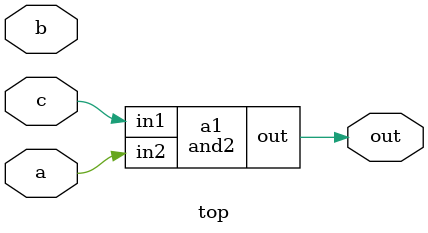
<source format=v>
module and2 (in1,in2,clk,out);
input in1,in2;
input clk;
output out;

assign out = in1 & in2;
endmodule

module top (a,b,c,out);
input a,b,c;
output out;

and2 a1 (.in2(a),.out(out),.in1(c));

endmodule

</source>
